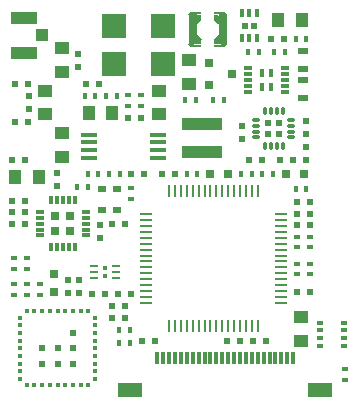
<source format=gtp>
G04 #@! TF.FileFunction,Paste,Top*
%FSLAX46Y46*%
G04 Gerber Fmt 4.6, Leading zero omitted, Abs format (unit mm)*
G04 Created by KiCad (PCBNEW 4.0.2+dfsg1-stable) date Di 23 Mai 2017 03:16:38 CEST*
%MOMM*%
G01*
G04 APERTURE LIST*
%ADD10C,0.100000*%
%ADD11R,0.300000X1.000000*%
%ADD12R,2.000000X1.300000*%
%ADD13R,0.300000X0.400000*%
%ADD14R,0.400000X0.300000*%
%ADD15R,0.500000X0.500000*%
%ADD16R,0.800100X0.800100*%
%ADD17R,0.600000X0.500000*%
%ADD18R,0.400000X0.600000*%
%ADD19R,2.000000X2.000000*%
%ADD20O,0.750000X0.300000*%
%ADD21O,0.300000X0.750000*%
%ADD22R,0.540000X0.540000*%
%ADD23R,0.500000X0.600000*%
%ADD24R,0.800000X0.600000*%
%ADD25R,1.250000X1.000000*%
%ADD26R,0.600000X0.400000*%
%ADD27R,0.300000X0.730000*%
%ADD28R,0.730000X0.300000*%
%ADD29R,0.750000X0.750000*%
%ADD30R,0.900000X0.500000*%
%ADD31R,1.450000X0.450000*%
%ADD32R,0.500000X0.350000*%
%ADD33R,1.000000X1.250000*%
%ADD34R,0.650000X0.300000*%
%ADD35R,0.465000X0.744000*%
%ADD36R,0.350000X0.650000*%
%ADD37R,0.480000X0.600000*%
%ADD38R,0.797560X0.797560*%
%ADD39R,0.762000X2.540000*%
%ADD40R,0.889000X0.254000*%
%ADD41R,0.381000X0.444500*%
%ADD42R,0.700000X0.250000*%
%ADD43R,0.366000X0.426000*%
%ADD44R,2.200000X1.050000*%
%ADD45R,1.050000X1.000000*%
%ADD46R,3.400000X0.980000*%
%ADD47R,0.250000X1.000000*%
%ADD48R,1.000000X0.250000*%
G04 APERTURE END LIST*
D10*
D11*
X60250000Y-120700000D03*
X60750000Y-120700000D03*
X61250000Y-120700000D03*
X61750000Y-120700000D03*
X62250000Y-120700000D03*
X62750000Y-120700000D03*
X63250000Y-120700000D03*
X63750000Y-120700000D03*
X64250000Y-120700000D03*
X64750000Y-120700000D03*
X65250000Y-120700000D03*
X65750000Y-120700000D03*
X66250000Y-120700000D03*
X66750000Y-120700000D03*
X67250000Y-120700000D03*
X67750000Y-120700000D03*
X68250000Y-120700000D03*
X68750000Y-120700000D03*
X69250000Y-120700000D03*
X69750000Y-120700000D03*
X70250000Y-120700000D03*
X70750000Y-120700000D03*
X71250000Y-120700000D03*
X71750000Y-120700000D03*
D12*
X57950000Y-123400000D03*
X74050000Y-123400000D03*
D13*
X49200000Y-123050000D03*
X49850000Y-123050000D03*
X50500000Y-123050000D03*
X51150000Y-123050000D03*
X51800000Y-123050000D03*
X52450000Y-123050000D03*
X53100000Y-123050000D03*
X53750000Y-123050000D03*
X54400000Y-123050000D03*
D14*
X54950000Y-121850000D03*
X54950000Y-121200000D03*
X54950000Y-120550000D03*
X54950000Y-119900000D03*
X54950000Y-119250000D03*
X54950000Y-118600000D03*
X54950000Y-117950000D03*
X54950000Y-117300000D03*
D13*
X54400000Y-116750000D03*
D14*
X54950000Y-122500000D03*
D13*
X53750000Y-116750000D03*
X53100000Y-116750000D03*
X52450000Y-116750000D03*
X51800000Y-116750000D03*
X51150000Y-116750000D03*
X50500000Y-116750000D03*
X49850000Y-116750000D03*
X49200000Y-116750000D03*
D14*
X48650000Y-117300000D03*
X48650000Y-117950000D03*
X48650000Y-118600000D03*
X48650000Y-119250000D03*
X48650000Y-119900000D03*
X48650000Y-120550000D03*
X48650000Y-121200000D03*
X48650000Y-121850000D03*
X48650000Y-122500000D03*
D15*
X51800000Y-119900000D03*
X51800000Y-121200000D03*
X50500000Y-119900000D03*
X50500000Y-121200000D03*
X53100000Y-119900000D03*
X53100000Y-121200000D03*
X53100000Y-118600000D03*
D16*
X64599240Y-95750000D03*
X64599240Y-97650000D03*
X66598220Y-96700000D03*
D17*
X73150000Y-115100000D03*
X72050000Y-115100000D03*
D18*
X55000000Y-98550000D03*
X54100000Y-98550000D03*
D19*
X56550000Y-95800000D03*
X60750000Y-95800000D03*
D18*
X63500000Y-98850000D03*
X62600000Y-98850000D03*
D20*
X68625000Y-100550000D03*
X68625000Y-101050000D03*
X68625000Y-101550000D03*
X68625000Y-102050000D03*
D21*
X69350000Y-102775000D03*
X69850000Y-102775000D03*
X70350000Y-102775000D03*
X70850000Y-102775000D03*
D20*
X71575000Y-102050000D03*
X71575000Y-101550000D03*
X71575000Y-101050000D03*
X71575000Y-100550000D03*
D21*
X70850000Y-99825000D03*
X70350000Y-99825000D03*
X69850000Y-99825000D03*
X69350000Y-99825000D03*
D22*
X70550000Y-101750000D03*
X70550000Y-100850000D03*
X69650000Y-101750000D03*
X69650000Y-100850000D03*
D23*
X67400000Y-101050000D03*
X67400000Y-102150000D03*
D24*
X56800000Y-108200000D03*
X55600000Y-108200000D03*
X56800000Y-106400000D03*
X55600000Y-106400000D03*
D25*
X72400000Y-117250000D03*
X72400000Y-119250000D03*
D26*
X57800000Y-99350000D03*
X57800000Y-98450000D03*
D27*
X53250000Y-107385000D03*
X52750000Y-107385000D03*
X52250000Y-107385000D03*
X51750000Y-107385000D03*
X51250000Y-107385000D03*
D28*
X50285000Y-108350000D03*
X50285000Y-108850000D03*
X50285000Y-109350000D03*
X50285000Y-109850000D03*
X50285000Y-110350000D03*
D27*
X51250000Y-111315000D03*
X51750000Y-111315000D03*
X52250000Y-111315000D03*
X52750000Y-111315000D03*
X53250000Y-111315000D03*
D28*
X54215000Y-110350000D03*
X54215000Y-109850000D03*
X54215000Y-109350000D03*
X54215000Y-108850000D03*
X54215000Y-108350000D03*
D29*
X51625000Y-109975000D03*
X52875000Y-109975000D03*
X51625000Y-108725000D03*
X52875000Y-108725000D03*
D23*
X52650000Y-115250000D03*
X52650000Y-114150000D03*
D18*
X54350000Y-106250000D03*
X53450000Y-106250000D03*
D30*
X72600000Y-94750000D03*
X72600000Y-96250000D03*
D17*
X56900000Y-115300000D03*
X58000000Y-115300000D03*
D31*
X60350000Y-103775000D03*
X60350000Y-103125000D03*
X60350000Y-102475000D03*
X60350000Y-101825000D03*
X54450000Y-101825000D03*
X54450000Y-102475000D03*
X54450000Y-103125000D03*
X54450000Y-103775000D03*
D17*
X56400000Y-109400000D03*
X57500000Y-109400000D03*
D32*
X74025000Y-117725000D03*
X74025000Y-118375000D03*
X74025000Y-119025000D03*
X74025000Y-119675000D03*
X76075000Y-117725000D03*
X76075000Y-118375000D03*
X76075000Y-119025000D03*
X76075000Y-119675000D03*
D26*
X58050000Y-107250000D03*
X58050000Y-106350000D03*
D18*
X71950000Y-93700000D03*
X72850000Y-93700000D03*
D17*
X69850000Y-93700000D03*
X70950000Y-93700000D03*
D33*
X56450000Y-100000000D03*
X54450000Y-100000000D03*
D34*
X71050000Y-98200000D03*
X71050000Y-97700000D03*
X71050000Y-97200000D03*
X71050000Y-96700000D03*
X71050000Y-96200000D03*
X67950000Y-96200000D03*
X67950000Y-96700000D03*
X67950000Y-97200000D03*
X67950000Y-97700000D03*
X67950000Y-98200000D03*
D35*
X69112500Y-96580000D03*
X69112500Y-97820000D03*
X69887500Y-96580000D03*
X69887500Y-97820000D03*
D17*
X57800000Y-100400000D03*
X58900000Y-100400000D03*
D26*
X58900000Y-99350000D03*
X58900000Y-98450000D03*
D17*
X49050000Y-108400000D03*
X47950000Y-108400000D03*
X67250000Y-119300000D03*
X66150000Y-119300000D03*
D26*
X49200000Y-112250000D03*
X49200000Y-113150000D03*
D18*
X68250000Y-105150000D03*
X67350000Y-105150000D03*
D17*
X58050000Y-105150000D03*
X59150000Y-105150000D03*
D26*
X48100000Y-114450000D03*
X48100000Y-115350000D03*
X50300000Y-114450000D03*
X50300000Y-115350000D03*
X48100000Y-112250000D03*
X48100000Y-113150000D03*
D36*
X67400000Y-93650000D03*
X68050000Y-93650000D03*
X68700000Y-93650000D03*
X68700000Y-91550000D03*
X68050000Y-91550000D03*
X67400000Y-91550000D03*
D37*
X68450000Y-92600000D03*
X67650000Y-92600000D03*
D17*
X55300000Y-97500000D03*
X54200000Y-97500000D03*
D33*
X72500000Y-92100000D03*
X70500000Y-92100000D03*
D25*
X62950000Y-95500000D03*
X62950000Y-97500000D03*
D23*
X72800000Y-100650000D03*
X72800000Y-101750000D03*
D17*
X69150000Y-104000000D03*
X68050000Y-104000000D03*
X70650000Y-104000000D03*
X71750000Y-104000000D03*
D23*
X72800000Y-102850000D03*
X72800000Y-103950000D03*
D17*
X49050000Y-107400000D03*
X47950000Y-107400000D03*
X49050000Y-109400000D03*
X47950000Y-109400000D03*
D23*
X55400000Y-109450000D03*
X55400000Y-110550000D03*
D17*
X49050000Y-104000000D03*
X47950000Y-104000000D03*
D23*
X51750000Y-105050000D03*
X51750000Y-106150000D03*
X53650000Y-115250000D03*
X53650000Y-114150000D03*
D17*
X68350000Y-119300000D03*
X69450000Y-119300000D03*
X73150000Y-108500000D03*
X72050000Y-108500000D03*
X58950000Y-119300000D03*
X60050000Y-119300000D03*
X73150000Y-107500000D03*
X72050000Y-107500000D03*
X60650000Y-105150000D03*
X61750000Y-105150000D03*
X56450000Y-116300000D03*
X57550000Y-116300000D03*
D38*
X71150700Y-105150000D03*
X72649300Y-105150000D03*
X66249300Y-105150000D03*
X64750700Y-105150000D03*
X51500000Y-115149300D03*
X51500000Y-113650700D03*
D18*
X56800000Y-98550000D03*
X55900000Y-98550000D03*
D26*
X73150000Y-110450000D03*
X73150000Y-111350000D03*
X72050000Y-111350000D03*
X72050000Y-110450000D03*
D18*
X57900000Y-119450000D03*
X57000000Y-119450000D03*
X68850000Y-94800000D03*
X67950000Y-94800000D03*
D30*
X72600000Y-98700000D03*
X72600000Y-97200000D03*
D18*
X56150000Y-105150000D03*
X57050000Y-105150000D03*
D25*
X60400000Y-100100000D03*
X60400000Y-98100000D03*
D18*
X65900000Y-98850000D03*
X65000000Y-98850000D03*
X55250000Y-105150000D03*
X54350000Y-105150000D03*
D39*
X65770000Y-92900000D03*
X63230000Y-92900000D03*
D40*
X65452500Y-94297000D03*
X65452500Y-91503000D03*
X63547500Y-94297000D03*
X63547500Y-91503000D03*
D41*
X65198500Y-91852250D03*
X63801500Y-91852250D03*
X63801500Y-93947750D03*
X65198500Y-93947750D03*
D10*
G36*
X65897000Y-91376038D02*
X66150962Y-91630000D01*
X65897000Y-91883962D01*
X65643038Y-91630000D01*
X65897000Y-91376038D01*
X65897000Y-91376038D01*
G37*
G36*
X65897000Y-93916038D02*
X66150962Y-94170000D01*
X65897000Y-94423962D01*
X65643038Y-94170000D01*
X65897000Y-93916038D01*
X65897000Y-93916038D01*
G37*
G36*
X63103000Y-93916038D02*
X63356962Y-94170000D01*
X63103000Y-94423962D01*
X62849038Y-94170000D01*
X63103000Y-93916038D01*
X63103000Y-93916038D01*
G37*
G36*
X63103000Y-91376038D02*
X63356962Y-91630000D01*
X63103000Y-91883962D01*
X62849038Y-91630000D01*
X63103000Y-91376038D01*
X63103000Y-91376038D01*
G37*
G36*
X65389000Y-91693737D02*
X65769763Y-92074500D01*
X65389000Y-92455263D01*
X65008237Y-92074500D01*
X65389000Y-91693737D01*
X65389000Y-91693737D01*
G37*
G36*
X65389000Y-93344737D02*
X65769763Y-93725500D01*
X65389000Y-94106263D01*
X65008237Y-93725500D01*
X65389000Y-93344737D01*
X65389000Y-93344737D01*
G37*
G36*
X63611000Y-93344737D02*
X63991763Y-93725500D01*
X63611000Y-94106263D01*
X63230237Y-93725500D01*
X63611000Y-93344737D01*
X63611000Y-93344737D01*
G37*
G36*
X63611000Y-91693737D02*
X63991763Y-92074500D01*
X63611000Y-92455263D01*
X63230237Y-92074500D01*
X63611000Y-91693737D01*
X63611000Y-91693737D01*
G37*
D26*
X73150000Y-112750000D03*
X73150000Y-113650000D03*
X72050000Y-113650000D03*
X72050000Y-112750000D03*
D18*
X57000000Y-118350000D03*
X57900000Y-118350000D03*
X69150000Y-105150000D03*
X70050000Y-105150000D03*
X63650000Y-105150000D03*
X62750000Y-105150000D03*
X71050000Y-94800000D03*
X70150000Y-94800000D03*
D26*
X49200000Y-114450000D03*
X49200000Y-115350000D03*
X76100000Y-121650000D03*
X76100000Y-122550000D03*
D23*
X49350000Y-99650000D03*
X49350000Y-98550000D03*
D17*
X49300000Y-97500000D03*
X48200000Y-97500000D03*
D23*
X53550000Y-96050000D03*
X53550000Y-94950000D03*
D33*
X50200000Y-105400000D03*
X48200000Y-105400000D03*
D25*
X52150000Y-101700000D03*
X52150000Y-103700000D03*
X50750000Y-98100000D03*
X50750000Y-100100000D03*
X52150000Y-94500000D03*
X52150000Y-96500000D03*
D17*
X49300000Y-100700000D03*
X48200000Y-100700000D03*
D42*
X56725000Y-113945000D03*
X56725000Y-113445000D03*
X56725000Y-112945000D03*
X54875000Y-112945000D03*
X54875000Y-113445000D03*
X54875000Y-113945000D03*
D43*
X55800000Y-113090000D03*
X55800000Y-113800000D03*
D44*
X49000000Y-91925000D03*
X49000000Y-94875000D03*
D45*
X50525000Y-93400000D03*
D46*
X64036470Y-100869206D03*
X64036470Y-103239206D03*
D17*
X73150000Y-109500000D03*
X72050000Y-109500000D03*
X56450000Y-117300000D03*
X57550000Y-117300000D03*
X54700000Y-115300000D03*
X55800000Y-115300000D03*
D19*
X60750000Y-92600000D03*
X56550000Y-92600000D03*
D18*
X71950000Y-106400000D03*
X72850000Y-106400000D03*
D47*
X61250000Y-118000000D03*
X61750000Y-118000000D03*
X62250000Y-118000000D03*
X62750000Y-118000000D03*
X63250000Y-118000000D03*
X63750000Y-118000000D03*
X64250000Y-118000000D03*
X64750000Y-118000000D03*
X65250000Y-118000000D03*
X65750000Y-118000000D03*
X66250000Y-118000000D03*
X66750000Y-118000000D03*
X67250000Y-118000000D03*
X67750000Y-118000000D03*
X68250000Y-118000000D03*
X68750000Y-118000000D03*
D48*
X70700000Y-116050000D03*
X70700000Y-115550000D03*
X70700000Y-115050000D03*
X70700000Y-114550000D03*
X70700000Y-114050000D03*
X70700000Y-113550000D03*
X70700000Y-113050000D03*
X70700000Y-112550000D03*
X70700000Y-112050000D03*
X70700000Y-111550000D03*
X70700000Y-111050000D03*
X70700000Y-110550000D03*
X70700000Y-110050000D03*
X70700000Y-109550000D03*
X70700000Y-109050000D03*
X70700000Y-108550000D03*
D47*
X68750000Y-106600000D03*
X68250000Y-106600000D03*
X67750000Y-106600000D03*
X67250000Y-106600000D03*
X66750000Y-106600000D03*
X66250000Y-106600000D03*
X65750000Y-106600000D03*
X65250000Y-106600000D03*
X64750000Y-106600000D03*
X64250000Y-106600000D03*
X63750000Y-106600000D03*
X63250000Y-106600000D03*
X62750000Y-106600000D03*
X62250000Y-106600000D03*
X61750000Y-106600000D03*
X61250000Y-106600000D03*
D48*
X59300000Y-108550000D03*
X59300000Y-109050000D03*
X59300000Y-109550000D03*
X59300000Y-110050000D03*
X59300000Y-110550000D03*
X59300000Y-111050000D03*
X59300000Y-111550000D03*
X59300000Y-112050000D03*
X59300000Y-112550000D03*
X59300000Y-113050000D03*
X59300000Y-113550000D03*
X59300000Y-114050000D03*
X59300000Y-114550000D03*
X59300000Y-115050000D03*
X59300000Y-115550000D03*
X59300000Y-116050000D03*
M02*

</source>
